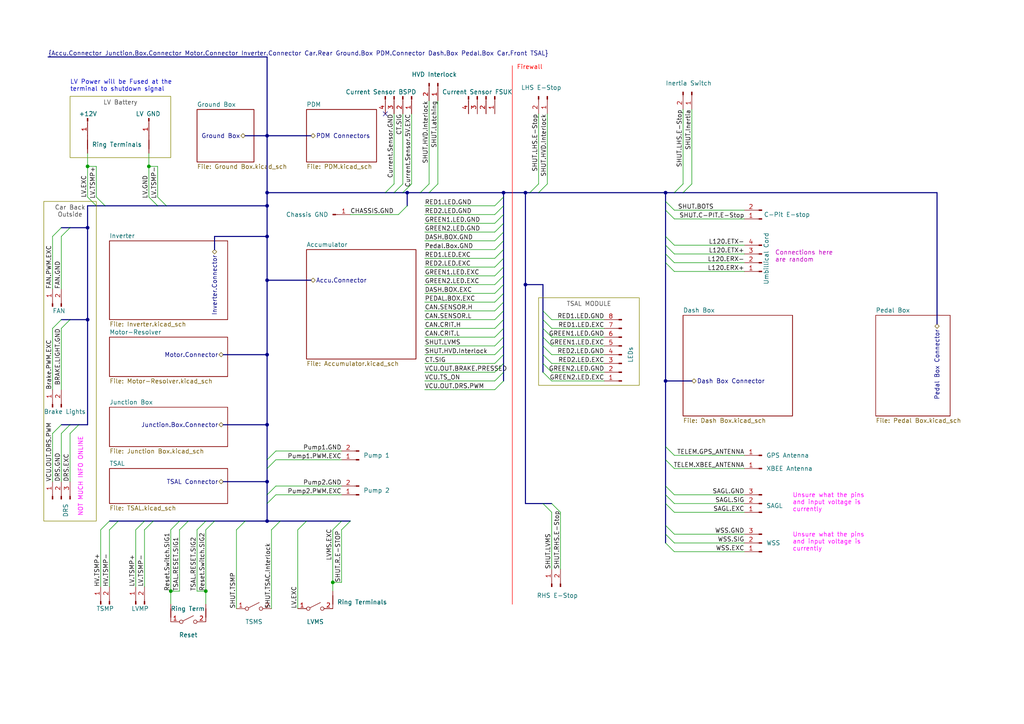
<source format=kicad_sch>
(kicad_sch (version 20230121) (generator eeschema)
  (paper "A4")
  (lib_symbols
    (symbol "Connector:Conn_01x01_Pin" (pin_names (offset 1.016) hide)
      (property "Reference" "J" (at 0 2.54 0))
      (property "Value" "Conn_01x01_Pin" (at 0 -2.54 0))
      (symbol "Conn_01x01_Pin_1_1"
        (polyline (pts (xy 1.27 0) (xy 0.8636 0)) (stroke (width 0.1524)))
        (rectangle (start 0.8636 0.127) (end 0 -0.127) (stroke (width 0.1524)) (fill (type outline)))
        (pin passive line (at 5.08 0 180) (length 3.81) (name "Pin_1") (number "1"))
      )
    )
    (symbol "Connector:Conn_01x02_Pin" (pin_names (offset 1.016) hide)
      (property "Reference" "J" (at 0 2.54 0))
      (property "Value" "Conn_01x02_Pin" (at 0 -5.08 0))
      (symbol "Conn_01x02_Pin_1_1"
        (polyline (pts (xy 1.27 -2.54) (xy 0.8636 -2.54)) (stroke (width 0.1524)))
        (polyline (pts (xy 1.27 0) (xy 0.8636 0)) (stroke (width 0.1524)))
        (rectangle (start 0.8636 -2.413) (end 0 -2.667) (stroke (width 0.1524)) (fill (type outline)))
        (rectangle (start 0.8636 0.127) (end 0 -0.127) (stroke (width 0.1524)) (fill (type outline)))
        (pin passive line (at 5.08 0 180) (length 3.81) (name "Pin_1") (number "1"))
        (pin passive line (at 5.08 -2.54 180) (length 3.81) (name "Pin_2") (number "2"))
      )
    )
    (symbol "Connector:Conn_01x03_Pin" (pin_names (offset 1.016) hide)
      (property "Reference" "J" (at 0 5.08 0))
      (property "Value" "Conn_01x03_Pin" (at 0 -5.08 0))
      (symbol "Conn_01x03_Pin_1_1"
        (polyline (pts (xy 1.27 -2.54) (xy 0.8636 -2.54)) (stroke (width 0.1524)))
        (polyline (pts (xy 1.27 0) (xy 0.8636 0)) (stroke (width 0.1524)))
        (polyline (pts (xy 1.27 2.54) (xy 0.8636 2.54)) (stroke (width 0.1524)))
        (rectangle (start 0.8636 -2.413) (end 0 -2.667) (stroke (width 0.1524)) (fill (type outline)))
        (rectangle (start 0.8636 0.127) (end 0 -0.127) (stroke (width 0.1524)) (fill (type outline)))
        (rectangle (start 0.8636 2.667) (end 0 2.413) (stroke (width 0.1524)) (fill (type outline)))
        (pin passive line (at 5.08 2.54 180) (length 3.81) (name "Pin_1") (number "1"))
        (pin passive line (at 5.08 0 180) (length 3.81) (name "Pin_2") (number "2"))
        (pin passive line (at 5.08 -2.54 180) (length 3.81) (name "Pin_3") (number "3"))
      )
    )
    (symbol "Connector:Conn_01x04_Pin" (pin_names (offset 1.016) hide)
      (property "Reference" "J" (at 0 5.08 0))
      (property "Value" "Conn_01x04_Pin" (at 0 -7.62 0))
      (symbol "Conn_01x04_Pin_1_1"
        (polyline (pts (xy 1.27 -5.08) (xy 0.8636 -5.08)) (stroke (width 0.1524)))
        (polyline (pts (xy 1.27 -2.54) (xy 0.8636 -2.54)) (stroke (width 0.1524)))
        (polyline (pts (xy 1.27 0) (xy 0.8636 0)) (stroke (width 0.1524)))
        (polyline (pts (xy 1.27 2.54) (xy 0.8636 2.54)) (stroke (width 0.1524)))
        (rectangle (start 0.8636 -4.953) (end 0 -5.207) (stroke (width 0.1524)) (fill (type outline)))
        (rectangle (start 0.8636 -2.413) (end 0 -2.667) (stroke (width 0.1524)) (fill (type outline)))
        (rectangle (start 0.8636 0.127) (end 0 -0.127) (stroke (width 0.1524)) (fill (type outline)))
        (rectangle (start 0.8636 2.667) (end 0 2.413) (stroke (width 0.1524)) (fill (type outline)))
        (pin passive line (at 5.08 2.54 180) (length 3.81) (name "Pin_1") (number "1"))
        (pin passive line (at 5.08 0 180) (length 3.81) (name "Pin_2") (number "2"))
        (pin passive line (at 5.08 -2.54 180) (length 3.81) (name "Pin_3") (number "3"))
        (pin passive line (at 5.08 -5.08 180) (length 3.81) (name "Pin_4") (number "4"))
      )
    )
    (symbol "Connector:Conn_01x08_Pin" (pin_names (offset 1.016) hide)
      (property "Reference" "J" (at 0 10.16 0))
      (property "Value" "Conn_01x08_Pin" (at 0 -12.7 0))
      (symbol "Conn_01x08_Pin_1_1"
        (polyline (pts (xy 1.27 -10.16) (xy 0.8636 -10.16)) (stroke (width 0.1524)))
        (polyline (pts (xy 1.27 -7.62) (xy 0.8636 -7.62)) (stroke (width 0.1524)))
        (polyline (pts (xy 1.27 -5.08) (xy 0.8636 -5.08)) (stroke (width 0.1524)))
        (polyline (pts (xy 1.27 -2.54) (xy 0.8636 -2.54)) (stroke (width 0.1524)))
        (polyline (pts (xy 1.27 0) (xy 0.8636 0)) (stroke (width 0.1524)))
        (polyline (pts (xy 1.27 2.54) (xy 0.8636 2.54)) (stroke (width 0.1524)))
        (polyline (pts (xy 1.27 5.08) (xy 0.8636 5.08)) (stroke (width 0.1524)))
        (polyline (pts (xy 1.27 7.62) (xy 0.8636 7.62)) (stroke (width 0.1524)))
        (rectangle (start 0.8636 -10.033) (end 0 -10.287) (stroke (width 0.1524)) (fill (type outline)))
        (rectangle (start 0.8636 -7.493) (end 0 -7.747) (stroke (width 0.1524)) (fill (type outline)))
        (rectangle (start 0.8636 -4.953) (end 0 -5.207) (stroke (width 0.1524)) (fill (type outline)))
        (rectangle (start 0.8636 -2.413) (end 0 -2.667) (stroke (width 0.1524)) (fill (type outline)))
        (rectangle (start 0.8636 0.127) (end 0 -0.127) (stroke (width 0.1524)) (fill (type outline)))
        (rectangle (start 0.8636 2.667) (end 0 2.413) (stroke (width 0.1524)) (fill (type outline)))
        (rectangle (start 0.8636 5.207) (end 0 4.953) (stroke (width 0.1524)) (fill (type outline)))
        (rectangle (start 0.8636 7.747) (end 0 7.493) (stroke (width 0.1524)) (fill (type outline)))
        (pin passive line (at 5.08 7.62 180) (length 3.81) (name "Pin_1") (number "1"))
        (pin passive line (at 5.08 5.08 180) (length 3.81) (name "Pin_2") (number "2"))
        (pin passive line (at 5.08 2.54 180) (length 3.81) (name "Pin_3") (number "3"))
        (pin passive line (at 5.08 0 180) (length 3.81) (name "Pin_4") (number "4"))
        (pin passive line (at 5.08 -2.54 180) (length 3.81) (name "Pin_5") (number "5"))
        (pin passive line (at 5.08 -5.08 180) (length 3.81) (name "Pin_6") (number "6"))
        (pin passive line (at 5.08 -7.62 180) (length 3.81) (name "Pin_7") (number "7"))
        (pin passive line (at 5.08 -10.16 180) (length 3.81) (name "Pin_8") (number "8"))
      )
    )
    (symbol "Device:NetTie_2" (pin_numbers hide) (pin_names (offset 0) hide) (in_bom no)
      (property "Reference" "NT" (at 0 1.27 0))
      (property "Value" "NetTie_2" (at 0 -1.27 0))
      (symbol "NetTie_2_0_1"
        (polyline (pts (xy -1.27 0) (xy 1.27 0)) (stroke (width 0.254)))
      )
      (symbol "NetTie_2_1_1"
        (pin passive line (at -2.54 0 0) (length 2.54) (name "1") (number "1"))
        (pin passive line (at 2.54 0 180) (length 2.54) (name "2") (number "2"))
      )
    )
    (symbol "Switch:SW_SPST" (pin_names (offset 0) hide)
      (property "Reference" "SW" (at 0 3.175 0))
      (property "Value" "SW_SPST" (at 0 -2.54 0))
      (symbol "SW_SPST_0_0"
        (circle (center -2.032 0) (radius 0.508))
        (polyline (pts (xy -1.524 0.254) (xy 1.524 1.778)))
        (circle (center 2.032 0) (radius 0.508))
      )
      (symbol "SW_SPST_1_1"
        (pin passive line (at -5.08 0 0) (length 2.54) (name "A") (number "1"))
        (pin passive line (at 5.08 0 180) (length 2.54) (name "B") (number "2"))
      )
    )
  )
  (bus_alias "PDM.Connector" (members "LV.EXC" "LV1.GND" "LV2.GND" "FAN.PWM.EXC" "Pump1.PWM.EXC" "Pump2.PWM.EXC" "Latch.EXC" "Inv.EXC" "IMD.EXC" "DASH.BOX.EXC" "PEDAL.BOX.EXC" "LV.TSAL.EXC" "VCU.OUT.BRAKE.PRESSED" "DRS.EXC" "Brake.PWM.EXC" "Accu.Fans.EXC"))
  (bus_alias "" (members "TSAL.EXC" "TSAL.GND"))
  (bus_alias "Dash.Box" (members "L120.ETX-" "L120.ETX+" "L120.ERX-" "L120.ERX+" "CAN.SENSORS.L" "CAN.SENSORS.H" "CAN.CRIT.L" "CAN.CRIT.H" "L120.EXC" "L120.GND" "DASH.BOX.EXC" "DASH.BOX.GND" "SHUT.STATE.SIG" "APPS.1.SIG" "APPS.2.SIG" "SAGL.SIG" "BPS.SIG" "VCU.OUT.STATUS" "VCU.OUT.BRAKE.PRESSED" "VCU.TS_ON" "VCU.OUT.DRS.PWM" "VCU.EXC.1" "VCU.EXC.2" "R2D.BUTTON.EXC" "DRS.BUTTON.EXCYS_ON.BUTTON.EXC" "DRS_LED.EXC" "VC_LED.EXC" "R2D.LED.EXC" "VCU.GND.1" "VCU.GND.2" "TELEM.EXC" "TELEM.GND" "SEG.DISPLAY.0" "SEG.DISPLAY.3" "SEG.DISPLAY.4" "SEG.DISPLAY.5" "SEG.DISPLAY.6" "SEG.DISPLAY.7" "SEG.DISPLAY.8" "SEG.DISPLAY.9" "SEG.DISPLAY.1" "SEG.DISPLAY.2" "SEG.DISPLAY.GND" "TELEM.GPS_ANTENNA" "TS.READY" "BMS.Fault.Latched.LED" "IMD.Fault.Latched.LED" "BMS.LED.EXC" "IMD.LED.EXC" "TELEM.XBEE_ANTENNA" "WSS.SIG" ""))
  (bus_alias "Junction.Box.Connector" (members "Pos_AIR.AUX.EXC" "Neg_AIR.AUX.EXC" "Pos_AIR.AUX.GND" "Neg_AIR.AUX.GND" "PCHG_RLY.AUX.EXC" "PCHG_RLY.AUX.GND" "SHUT.Latchching" "SHUT.TSMS" "Latch.EXC" "HVS.EXC" "Junction.Box.GND" "HVS.GND" "IMD.OK" "TSAL.EXC" "TSAL.GND" "BMS.Fault" "BMS.Fault.Latched.LED" "IMD.Fault.Latched.LED" "BMS.Fault.Latched.Status" "IMD.Fault.Latched.Status" "Reset.Switch.SIG1" "Reset.Switch.SIG2" "Precharge.Intended.On" "+AIR.Intended.On" "-AIR.Intended.On" "Green.LED.On.Dash" "Green.LED.On.TSAL" "Red.LED.On.Dash" "Red.LED.On.TSAL" "SHUT.Discharge" "HV.TSMP-" "HV.TSMP+" "HV.Datalogger.FSUK+" "HV.Datalogger.FSUK-"))
  (bus_alias "Pedal.Box" (members "APPS.1.EXC" "APPS.1.SIG" "APPS.1.GND" "APPS.2.EXC" "APPS.2.SIG" "APPS.2.GND" "SHUT.BOTS" "SHUT.COCKPIT.E-STOP" "BPS.SIG" "BPS.EXC" "BPS.GND" "PEDAL.BOX.EXC" "PEDAL.BOX.GND" "SHUT.BSPD" "BSPD.CT.SIG"))
  (bus_alias "TSAL" (members "TSAL.RESET.SIG1" "TSAL.RESET.SIG2" "TSAL.EXC" "TSAL.GND" "LV.TSAL.EXC" "LV.TSAL.GND" "Green.LED.On.TSAL" "Red.LED.On.TSAL" "HvS.EXC" "HvS.GND" "GREEN1.LED.GND" "GREEN2.LED.GND" "GREEN1.LED.EXC" "GREEN2.LED.EXC" "RED1.LED.GND" "RED2.LED.GND" "RED1.LED.EXC" "RED2.LED.EXC"))
  (bus_alias "Junction.Box.Internal" (members "Discharge.GND" "Latch.GND" "HV.HV_Sense.XLA+" "HV.HV_Sense.XLA-" "HV.Discharge.XLA+" "HV.Discharge.XLA-" "HV.Discharge.Resistor.In" "HV.TSMP+.Resistor.In" "HV.TSMP-.Resistor.In"))
  (bus_alias "Car.Front" (members "SHUT.RHS.E-Stop" "SHUT.BSPD" "SHUT.BOTS" "SHUT.C-PIT.E-Stop" "SHUT.Inertia" "SHUT.LHS.E-Stop" "Pedal.Box.EXC" "Pedal.Box.GND" "APPS.1.SIG" "APPS.2.SIG" "BPS.SIG" "CT.SIG" "SHUT.HVD.Interlock" "SHUT.LVMS" "DASH.BOX.EXC" "DASH.BOX.GND" "CAN.SENSOR.H" "CAN.SENSOR.L" "CAN.CRIT.H" "CAN.CRIT.L" "APPS.1.SIG" "APPS.2.SIG" "BPS.SIG" "SHUT.STATE.SIG" "L120.ETX-" "L120.ETX+" "L120.ERX-" "L120.ERX+" "SAGL.SIG" "TELEM.GPS_ANTENNA" "TELEM.XBEE_ANTENNA" "SAGL.EXC" "SAGL.GND"))
  (bus_alias "Inverter.Connector" (members "Resolver.EXC" "Resolver.Sin+" "Resolver.Sin-" "Resolver.Cos+" "Resolver.Cos-" "Resolver.GND" "Resolver.Shield.GND" "Temp.Sensor.EXC" "Temp.Sensor.GND" "Inv.Fault" "Inv.Close.Precharge" "Inv.Close.Main" "Inv.EXC" "Inv.J2.GND" "CAN.SENSOR.L" "CAN.SENSOR.H" "CAN.CRIT.L" "CAN.CRIT.H" "RS-232.Transmit" "RS-232.Receive" "RS-232.GND" "Inv.Casing.GND" "Motor.Casing.GND" "Current.Sensor.5V.EXC" "Current.Sensor.GND"))
  (junction (at 77.47 68.58))
  (junction (at 77.47 102.87))
  (junction (at 77.47 81.28))
  (junction (at 152.4 55.88))
  (junction (at 77.47 59.69))
  (junction (at 77.47 123.19))
  (junction (at 25.4 92.71))
  (junction (at 49.53 171.45))
  (junction (at 77.47 39.37))
  (junction (at 96.52 168.91))
  (junction (at 77.47 139.7))
  (junction (at 25.4 48.26))
  (junction (at 77.47 55.88))
  (junction (at 25.4 66.04))
  (junction (at 193.04 110.49))
  (junction (at 59.69 171.45))
  (junction (at 118.11 55.88))
  (junction (at 43.18 48.26))
  (junction (at 77.47 151.13))
  (junction (at 152.4 82.55))
  (junction (at 146.05 55.88))
  (junction (at 193.04 55.88))
  (no_connect (at 111.76 33.02))
  (bus_entry (at 17.78 123.19) (size -2.54 2.54))
  (bus_entry (at 88.9 151.13) (size -2.54 2.54))
  (bus_entry (at 193.04 143.51) (size 2.54 2.54))
  (bus_entry (at 153.67 55.88) (size 2.54 -2.54))
  (bus_entry (at 193.04 58.42) (size 2.54 2.54))
  (bus_entry (at 34.29 151.13) (size -2.54 2.54))
  (bus_entry (at 157.48 146.05) (size 2.54 2.54))
  (bus_entry (at 157.48 102.87) (size 2.54 2.54))
  (bus_entry (at 157.48 105.41) (size 2.54 2.54))
  (bus_entry (at 20.32 92.71) (size -2.54 2.54))
  (bus_entry (at 146.05 95.25) (size -2.54 2.54))
  (bus_entry (at 71.12 151.13) (size -2.54 2.54))
  (bus_entry (at 160.02 146.05) (size 2.54 2.54))
  (bus_entry (at 146.05 77.47) (size -2.54 2.54))
  (bus_entry (at 124.46 55.88) (size 2.54 -2.54))
  (bus_entry (at 146.05 87.63) (size -2.54 2.54))
  (bus_entry (at 146.05 85.09) (size -2.54 2.54))
  (bus_entry (at 193.04 154.94) (size 2.54 2.54))
  (bus_entry (at 146.05 74.93) (size -2.54 2.54))
  (bus_entry (at 193.04 73.66) (size 2.54 2.54))
  (bus_entry (at 17.78 66.04) (size -2.54 2.54))
  (bus_entry (at 146.05 59.69) (size -2.54 2.54))
  (bus_entry (at 193.04 152.4) (size 2.54 2.54))
  (bus_entry (at 17.78 92.71) (size -2.54 2.54))
  (bus_entry (at 146.05 69.85) (size -2.54 2.54))
  (bus_entry (at 157.48 107.95) (size 2.54 2.54))
  (bus_entry (at 146.05 102.87) (size -2.54 2.54))
  (bus_entry (at 20.32 66.04) (size -2.54 2.54))
  (bus_entry (at 30.48 59.69) (size -2.54 -2.54))
  (bus_entry (at 193.04 129.54) (size 2.54 2.54))
  (bus_entry (at 146.05 57.15) (size -2.54 2.54))
  (bus_entry (at 193.04 60.96) (size 2.54 2.54))
  (bus_entry (at 157.48 97.79) (size 2.54 2.54))
  (bus_entry (at 77.47 133.35) (size 2.54 -2.54))
  (bus_entry (at 146.05 67.31) (size -2.54 2.54))
  (bus_entry (at 195.58 55.88) (size 2.54 -2.54))
  (bus_entry (at 193.04 146.05) (size 2.54 2.54))
  (bus_entry (at 77.47 143.51) (size 2.54 -2.54))
  (bus_entry (at 22.86 123.19) (size -2.54 2.54))
  (bus_entry (at 143.51 113.03) (size 2.54 -2.54))
  (bus_entry (at 146.05 97.79) (size -2.54 2.54))
  (bus_entry (at 146.05 92.71) (size -2.54 2.54))
  (bus_entry (at 77.47 135.89) (size 2.54 -2.54))
  (bus_entry (at 193.04 76.2) (size 2.54 2.54))
  (bus_entry (at 157.48 95.25) (size 2.54 2.54))
  (bus_entry (at 156.21 55.88) (size 2.54 -2.54))
  (bus_entry (at 62.23 151.13) (size -2.54 2.54))
  (bus_entry (at 121.92 55.88) (size 2.54 -2.54))
  (bus_entry (at 81.28 151.13) (size -2.54 2.54))
  (bus_entry (at 52.07 151.13) (size -2.54 2.54))
  (bus_entry (at 116.84 55.88) (size 2.54 -2.54))
  (bus_entry (at 146.05 82.55) (size -2.54 2.54))
  (bus_entry (at 77.47 146.05) (size 2.54 -2.54))
  (bus_entry (at 193.04 68.58) (size 2.54 2.54))
  (bus_entry (at 193.04 157.48) (size 2.54 2.54))
  (bus_entry (at 193.04 133.35) (size 2.54 2.54))
  (bus_entry (at 20.32 123.19) (size -2.54 2.54))
  (bus_entry (at 54.61 151.13) (size -2.54 2.54))
  (bus_entry (at 193.04 140.97) (size 2.54 2.54))
  (bus_entry (at 31.75 151.13) (size -2.54 2.54))
  (bus_entry (at 118.11 59.69) (size -2.54 2.54))
  (bus_entry (at 198.12 55.88) (size 2.54 -2.54))
  (bus_entry (at 45.72 59.69) (size -2.54 -2.54))
  (bus_entry (at 146.05 90.17) (size -2.54 2.54))
  (bus_entry (at 59.69 151.13) (size -2.54 2.54))
  (bus_entry (at 157.48 92.71) (size 2.54 2.54))
  (bus_entry (at 111.76 55.88) (size 2.54 -2.54))
  (bus_entry (at 146.05 72.39) (size -2.54 2.54))
  (bus_entry (at 44.45 151.13) (size -2.54 2.54))
  (bus_entry (at 157.48 90.17) (size 2.54 2.54))
  (bus_entry (at 157.48 100.33) (size 2.54 2.54))
  (bus_entry (at 99.06 151.13) (size -2.54 2.54))
  (bus_entry (at 146.05 80.01) (size -2.54 2.54))
  (bus_entry (at 146.05 62.23) (size -2.54 2.54))
  (bus_entry (at 48.26 59.69) (size -2.54 -2.54))
  (bus_entry (at 27.94 59.69) (size -2.54 -2.54))
  (bus_entry (at 143.51 107.95) (size 2.54 -2.54))
  (bus_entry (at 114.3 55.88) (size 2.54 -2.54))
  (bus_entry (at 146.05 64.77) (size -2.54 2.54))
  (bus_entry (at 143.51 110.49) (size 2.54 -2.54))
  (bus_entry (at 193.04 71.12) (size 2.54 2.54))
  (bus_entry (at 146.05 100.33) (size -2.54 2.54))
  (bus_entry (at 41.91 151.13) (size -2.54 2.54))
  (bus_entry (at 101.6 151.13) (size -2.54 2.54))
  (bus (pts (xy 146.05 67.31) (xy 146.05 69.85)))
  (bus (pts (xy 20.32 92.71) (xy 25.4 92.71)))
  (bus (pts (xy 157.48 107.95) (xy 157.48 105.41)))
  (bus (pts (xy 193.04 143.51) (xy 193.04 146.05)))
  (wire (pts (xy 45.72 48.26) (xy 43.18 48.26)))
  (bus (pts (xy 157.48 82.55) (xy 152.4 82.55)))
  (wire (pts (xy 52.07 153.67) (xy 52.07 171.45)))
  (bus (pts (xy 193.04 58.42) (xy 193.04 60.96)))
  (bus (pts (xy 146.05 85.09) (xy 146.05 87.63)))
  (wire (pts (xy 200.66 31.75) (xy 200.66 53.34)))
  (bus (pts (xy 48.26 59.69) (xy 77.47 59.69)))
  (wire (pts (xy 43.18 48.26) (xy 43.18 57.15)))
  (wire (pts (xy 195.58 146.05) (xy 215.9 146.05)))
  (bus (pts (xy 153.67 55.88) (xy 156.21 55.88)))
  (bus (pts (xy 152.4 146.05) (xy 157.48 146.05)))
  (wire (pts (xy 123.19 80.01) (xy 143.51 80.01)))
  (bus (pts (xy 64.77 102.87) (xy 77.47 102.87)))
  (bus (pts (xy 59.69 151.13) (xy 62.23 151.13)))
  (bus (pts (xy 146.05 87.63) (xy 146.05 90.17)))
  (bus (pts (xy 193.04 68.58) (xy 193.04 71.12)))
  (wire (pts (xy 114.3 33.02) (xy 114.3 53.34)))
  (bus (pts (xy 118.11 55.88) (xy 118.11 59.69)))
  (wire (pts (xy 29.21 153.67) (xy 29.21 170.18)))
  (wire (pts (xy 123.19 85.09) (xy 143.51 85.09)))
  (bus (pts (xy 193.04 71.12) (xy 193.04 73.66)))
  (bus (pts (xy 146.05 69.85) (xy 146.05 72.39)))
  (bus (pts (xy 41.91 151.13) (xy 44.45 151.13)))
  (wire (pts (xy 195.58 71.12) (xy 215.9 71.12)))
  (bus (pts (xy 13.97 16.51) (xy 77.47 16.51)))
  (bus (pts (xy 27.94 59.69) (xy 30.48 59.69)))
  (wire (pts (xy 175.26 105.41) (xy 160.02 105.41)))
  (wire (pts (xy 195.58 135.89) (xy 215.9 135.89)))
  (wire (pts (xy 156.21 33.02) (xy 156.21 53.34)))
  (bus (pts (xy 198.12 55.88) (xy 271.78 55.88)))
  (wire (pts (xy 162.56 148.59) (xy 162.56 165.1)))
  (wire (pts (xy 123.19 87.63) (xy 143.51 87.63)))
  (wire (pts (xy 175.26 92.71) (xy 160.02 92.71)))
  (wire (pts (xy 175.26 110.49) (xy 160.02 110.49)))
  (bus (pts (xy 45.72 59.69) (xy 48.26 59.69)))
  (bus (pts (xy 121.92 55.88) (xy 124.46 55.88)))
  (wire (pts (xy 123.19 100.33) (xy 143.51 100.33)))
  (wire (pts (xy 86.36 153.67) (xy 86.36 176.53)))
  (bus (pts (xy 146.05 55.88) (xy 146.05 57.15)))
  (wire (pts (xy 59.69 171.45) (xy 57.15 171.45)))
  (bus (pts (xy 77.47 102.87) (xy 77.47 123.19)))
  (wire (pts (xy 99.06 153.67) (xy 99.06 168.91)))
  (wire (pts (xy 119.38 33.02) (xy 119.38 53.34)))
  (wire (pts (xy 20.32 125.73) (xy 20.32 139.7)))
  (bus (pts (xy 54.61 151.13) (xy 59.69 151.13)))
  (wire (pts (xy 195.58 63.5) (xy 215.9 63.5)))
  (wire (pts (xy 160.02 148.59) (xy 160.02 165.1)))
  (bus (pts (xy 193.04 129.54) (xy 193.04 133.35)))
  (bus (pts (xy 146.05 107.95) (xy 146.05 110.49)))
  (bus (pts (xy 25.4 59.69) (xy 25.4 66.04)))
  (bus (pts (xy 114.3 55.88) (xy 116.84 55.88)))
  (bus (pts (xy 146.05 59.69) (xy 146.05 62.23)))
  (bus (pts (xy 111.76 55.88) (xy 114.3 55.88)))
  (bus (pts (xy 157.48 97.79) (xy 157.48 95.25)))
  (wire (pts (xy 123.19 107.95) (xy 143.51 107.95)))
  (bus (pts (xy 31.75 151.13) (xy 34.29 151.13)))
  (bus (pts (xy 146.05 64.77) (xy 146.05 67.31)))
  (wire (pts (xy 123.19 95.25) (xy 143.51 95.25)))
  (wire (pts (xy 49.53 153.67) (xy 49.53 171.45)))
  (bus (pts (xy 193.04 140.97) (xy 193.04 143.51)))
  (wire (pts (xy 96.52 168.91) (xy 96.52 171.45)))
  (wire (pts (xy 15.24 95.25) (xy 15.24 113.03)))
  (wire (pts (xy 123.19 110.49) (xy 143.51 110.49)))
  (bus (pts (xy 77.47 143.51) (xy 77.47 146.05)))
  (wire (pts (xy 195.58 78.74) (xy 215.9 78.74)))
  (bus (pts (xy 146.05 90.17) (xy 146.05 92.71)))
  (bus (pts (xy 193.04 110.49) (xy 193.04 129.54)))
  (bus (pts (xy 17.78 92.71) (xy 20.32 92.71)))
  (wire (pts (xy 175.26 95.25) (xy 160.02 95.25)))
  (wire (pts (xy 123.19 105.41) (xy 143.51 105.41)))
  (wire (pts (xy 17.78 68.58) (xy 17.78 83.82)))
  (bus (pts (xy 62.23 68.58) (xy 62.23 72.39)))
  (wire (pts (xy 123.19 77.47) (xy 143.51 77.47)))
  (bus (pts (xy 77.47 68.58) (xy 77.47 81.28)))
  (wire (pts (xy 195.58 148.59) (xy 215.9 148.59)))
  (bus (pts (xy 193.04 60.96) (xy 193.04 68.58)))
  (bus (pts (xy 77.47 151.13) (xy 81.28 151.13)))
  (wire (pts (xy 80.01 130.81) (xy 99.06 130.81)))
  (wire (pts (xy 175.26 100.33) (xy 160.02 100.33)))
  (wire (pts (xy 123.19 97.79) (xy 143.51 97.79)))
  (wire (pts (xy 59.69 175.26) (xy 59.69 171.45)))
  (bus (pts (xy 77.47 139.7) (xy 77.47 143.51)))
  (bus (pts (xy 71.12 151.13) (xy 77.47 151.13)))
  (bus (pts (xy 77.47 59.69) (xy 77.47 68.58)))
  (bus (pts (xy 146.05 97.79) (xy 146.05 100.33)))
  (wire (pts (xy 123.19 102.87) (xy 143.51 102.87)))
  (wire (pts (xy 31.75 153.67) (xy 31.75 170.18)))
  (bus (pts (xy 193.04 152.4) (xy 193.04 154.94)))
  (bus (pts (xy 157.48 92.71) (xy 157.48 90.17)))
  (wire (pts (xy 68.58 153.67) (xy 68.58 176.53)))
  (bus (pts (xy 20.32 123.19) (xy 22.86 123.19)))
  (bus (pts (xy 34.29 151.13) (xy 41.91 151.13)))
  (wire (pts (xy 175.26 102.87) (xy 160.02 102.87)))
  (bus (pts (xy 146.05 62.23) (xy 146.05 64.77)))
  (bus (pts (xy 25.4 59.69) (xy 27.94 59.69)))
  (wire (pts (xy 195.58 160.02) (xy 215.9 160.02)))
  (bus (pts (xy 77.47 81.28) (xy 90.17 81.28)))
  (bus (pts (xy 77.47 55.88) (xy 77.47 59.69)))
  (wire (pts (xy 123.19 74.93) (xy 143.51 74.93)))
  (bus (pts (xy 146.05 105.41) (xy 146.05 107.95)))
  (bus (pts (xy 195.58 55.88) (xy 198.12 55.88)))
  (wire (pts (xy 123.19 62.23) (xy 143.51 62.23)))
  (wire (pts (xy 49.53 171.45) (xy 52.07 171.45)))
  (bus (pts (xy 124.46 55.88) (xy 146.05 55.88)))
  (bus (pts (xy 52.07 151.13) (xy 54.61 151.13)))
  (bus (pts (xy 156.21 55.88) (xy 193.04 55.88)))
  (bus (pts (xy 62.23 151.13) (xy 71.12 151.13)))
  (bus (pts (xy 157.48 100.33) (xy 157.48 97.79)))
  (wire (pts (xy 124.46 29.21) (xy 124.46 53.34)))
  (bus (pts (xy 25.4 92.71) (xy 25.4 123.19)))
  (wire (pts (xy 175.26 97.79) (xy 160.02 97.79)))
  (bus (pts (xy 88.9 151.13) (xy 99.06 151.13)))
  (bus (pts (xy 157.48 146.05) (xy 160.02 146.05)))
  (bus (pts (xy 146.05 77.47) (xy 146.05 80.01)))
  (bus (pts (xy 146.05 95.25) (xy 146.05 97.79)))
  (wire (pts (xy 195.58 132.08) (xy 215.9 132.08)))
  (wire (pts (xy 59.69 153.67) (xy 59.69 171.45)))
  (wire (pts (xy 175.26 107.95) (xy 160.02 107.95)))
  (wire (pts (xy 80.01 133.35) (xy 99.06 133.35)))
  (bus (pts (xy 193.04 110.49) (xy 200.66 110.49)))
  (wire (pts (xy 116.84 33.02) (xy 116.84 53.34)))
  (wire (pts (xy 49.53 175.26) (xy 49.53 171.45)))
  (bus (pts (xy 152.4 55.88) (xy 153.67 55.88)))
  (bus (pts (xy 146.05 100.33) (xy 146.05 102.87)))
  (wire (pts (xy 123.19 67.31) (xy 143.51 67.31)))
  (wire (pts (xy 195.58 154.94) (xy 215.9 154.94)))
  (wire (pts (xy 27.94 48.26) (xy 27.94 57.15)))
  (wire (pts (xy 41.91 153.67) (xy 41.91 170.18)))
  (bus (pts (xy 118.11 55.88) (xy 121.92 55.88)))
  (bus (pts (xy 77.47 68.58) (xy 62.23 68.58)))
  (wire (pts (xy 17.78 95.25) (xy 17.78 113.03)))
  (wire (pts (xy 80.01 143.51) (xy 99.06 143.51)))
  (bus (pts (xy 146.05 102.87) (xy 146.05 105.41)))
  (wire (pts (xy 123.19 72.39) (xy 143.51 72.39)))
  (bus (pts (xy 193.04 133.35) (xy 193.04 140.97)))
  (bus (pts (xy 193.04 73.66) (xy 193.04 76.2)))
  (bus (pts (xy 81.28 151.13) (xy 88.9 151.13)))
  (wire (pts (xy 195.58 143.51) (xy 215.9 143.51)))
  (wire (pts (xy 123.19 64.77) (xy 143.51 64.77)))
  (bus (pts (xy 77.47 123.19) (xy 77.47 133.35)))
  (wire (pts (xy 123.19 113.03) (xy 143.51 113.03)))
  (wire (pts (xy 123.19 59.69) (xy 143.51 59.69)))
  (bus (pts (xy 25.4 123.19) (xy 22.86 123.19)))
  (bus (pts (xy 271.78 55.88) (xy 271.78 93.98)))
  (bus (pts (xy 77.47 135.89) (xy 77.47 139.7)))
  (bus (pts (xy 157.48 90.17) (xy 157.48 82.55)))
  (bus (pts (xy 20.32 66.04) (xy 25.4 66.04)))
  (bus (pts (xy 157.48 105.41) (xy 157.48 102.87)))
  (wire (pts (xy 39.37 153.67) (xy 39.37 170.18)))
  (bus (pts (xy 64.77 139.7) (xy 77.47 139.7)))
  (bus (pts (xy 25.4 66.04) (xy 25.4 92.71)))
  (bus (pts (xy 146.05 74.93) (xy 146.05 77.47)))
  (wire (pts (xy 123.19 82.55) (xy 143.51 82.55)))
  (wire (pts (xy 158.75 33.02) (xy 158.75 53.34)))
  (wire (pts (xy 15.24 125.73) (xy 15.24 139.7)))
  (bus (pts (xy 99.06 151.13) (xy 101.6 151.13)))
  (bus (pts (xy 157.48 102.87) (xy 157.48 100.33)))
  (bus (pts (xy 77.47 123.19) (xy 64.77 123.19)))
  (wire (pts (xy 123.19 69.85) (xy 143.51 69.85)))
  (wire (pts (xy 101.6 62.23) (xy 115.57 62.23)))
  (wire (pts (xy 195.58 76.2) (xy 215.9 76.2)))
  (bus (pts (xy 77.47 133.35) (xy 77.47 135.89)))
  (bus (pts (xy 193.04 146.05) (xy 193.04 152.4)))
  (wire (pts (xy 195.58 157.48) (xy 215.9 157.48)))
  (bus (pts (xy 17.78 123.19) (xy 20.32 123.19)))
  (bus (pts (xy 77.47 16.51) (xy 77.47 39.37)))
  (bus (pts (xy 71.12 39.37) (xy 77.47 39.37)))
  (bus (pts (xy 44.45 151.13) (xy 52.07 151.13)))
  (wire (pts (xy 127 29.21) (xy 127 53.34)))
  (wire (pts (xy 15.24 68.58) (xy 15.24 83.82)))
  (bus (pts (xy 146.05 57.15) (xy 146.05 59.69)))
  (bus (pts (xy 146.05 80.01) (xy 146.05 82.55)))
  (wire (pts (xy 57.15 153.67) (xy 57.15 171.45)))
  (wire (pts (xy 78.74 153.67) (xy 78.74 176.53)))
  (bus (pts (xy 193.04 55.88) (xy 193.04 58.42)))
  (bus (pts (xy 146.05 82.55) (xy 146.05 85.09)))
  (bus (pts (xy 77.47 39.37) (xy 77.47 55.88)))
  (wire (pts (xy 198.12 31.75) (xy 198.12 53.34)))
  (wire (pts (xy 45.72 48.26) (xy 45.72 57.15)))
  (wire (pts (xy 195.58 73.66) (xy 215.9 73.66)))
  (bus (pts (xy 17.78 66.04) (xy 20.32 66.04)))
  (bus (pts (xy 77.47 81.28) (xy 77.47 102.87)))
  (wire (pts (xy 96.52 153.67) (xy 96.52 168.91)))
  (bus (pts (xy 146.05 92.71) (xy 146.05 95.25)))
  (bus (pts (xy 77.47 39.37) (xy 90.17 39.37)))
  (bus (pts (xy 77.47 146.05) (xy 77.47 151.13)))
  (bus (pts (xy 77.47 55.88) (xy 111.76 55.88)))
  (bus (pts (xy 157.48 95.25) (xy 157.48 92.71)))
  (wire (pts (xy 123.19 92.71) (xy 143.51 92.71)))
  (wire (pts (xy 43.18 44.45) (xy 43.18 48.26)))
  (wire (pts (xy 80.01 140.97) (xy 99.06 140.97)))
  (wire (pts (xy 96.52 168.91) (xy 99.06 168.91)))
  (bus (pts (xy 116.84 55.88) (xy 118.11 55.88)))
  (bus (pts (xy 193.04 76.2) (xy 193.04 110.49)))
  (bus (pts (xy 146.05 55.88) (xy 152.4 55.88)))
  (wire (pts (xy 195.58 60.96) (xy 215.9 60.96)))
  (bus (pts (xy 193.04 154.94) (xy 193.04 157.48)))
  (bus (pts (xy 193.04 55.88) (xy 195.58 55.88)))
  (wire (pts (xy 17.78 125.73) (xy 17.78 139.7)))
  (wire (pts (xy 25.4 48.26) (xy 25.4 57.15)))
  (bus (pts (xy 152.4 82.55) (xy 152.4 146.05)))
  (bus (pts (xy 146.05 72.39) (xy 146.05 74.93)))
  (wire (pts (xy 25.4 48.26) (xy 27.94 48.26)))
  (bus (pts (xy 30.48 59.69) (xy 45.72 59.69)))
  (wire (pts (xy 25.4 44.45) (xy 25.4 48.26)))
  (wire (pts (xy 123.19 90.17) (xy 143.51 90.17)))
  (bus (pts (xy 152.4 55.88) (xy 152.4 82.55)))
  (rectangle (start 148.59 19.05) (end 148.59 175.26) (stroke (width 0) (color 255 0 0 1)))
  (text_box "LV Battery" (at 20.32 27.94 0) (size 29.21 17.78) (stroke (width 0) (color 132 132 0 1)) (effects (font (size 1.27 1.27)) (justify top)))
  (text_box "TSAL MODULE" (at 156.21 86.36 0) (size 29.21 25.4) (stroke (width 0) (color 132 132 0 1)) (effects (font (size 1.27 1.27)) (justify top)))
  (text_box "Car Back\nOutside" (at 12.7 58.42 0) (size 15.24 92.71) (stroke (width 0) (color 132 132 0 1)) (effects (font (size 1.27 1.27)) (justify top)))
  (text "Unsure what the pins\nand input voltage is\ncurrently" (at 229.87 160.02 0) (effects (font (size 1.27 1.27)) (justify left bottom)))
  (text "Firewall\n" (at 149.86 20.32 0) (effects (font (size 1.27 1.27)) (justify left bottom)))
  (text "NOT MUCH INFO ONLINE" (at 24.13 149.86 90) (effects (font (size 1.27 1.27)) (justify left bottom)))
  (text "Connections here\nare random" (at 224.79 76.2 0) (effects (font (size 1.27 1.27)) (justify left bottom)))
  (text "LV Power will be Fused at the\nterminal to shutdown signal" (at 20.32 26.67 0) (effects (font (size 1.27 1.27)) (justify left bottom)))
  (text "Unsure what the pins\nand input voltage is\ncurrently" (at 229.87 148.59 0) (effects (font (size 1.27 1.27)) (justify left bottom)))
  (label "CHASSIS.GND" (at 101.6 62.23 0))
  (label "TELEM.GPS_ANTENNA" (at 215.9 132.08 180))
  (label "RED1.LED.GND" (at 175.26 92.71 180))
  (label "L120.ERX-" (at 215.9 76.2 180))
  (label "WSS.GND" (at 215.9 154.94 180))
  (label "Current.Sensor.GND" (at 114.3 33.02 270))
  (label "SHUT.Latching" (at 127 29.21 270))
  (label "LV.TSMP+" (at 27.94 48.26 270))
  (label "DRS.EXC" (at 20.32 139.7 90))
  (label "CAN.SENSOR.H" (at 123.19 90.17 0))
  (label "SAGL.SIG" (at 215.9 146.05 180))
  (label "Reset.Switch.SIG2" (at 59.69 171.45 90))
  (label "SHUT.R.E-STOP" (at 99.06 168.91 90))
  (label "VCU.OUT.DRS.PWM" (at 123.19 113.03 0))
  (label "Pump1.PWM.EXC" (at 99.06 133.35 180))
  (label "HV.TSMP-" (at 31.75 170.18 90))
  (label "Pump1.GND" (at 99.06 130.81 180))
  (label "LV.TSMP+" (at 39.37 170.18 90))
  (label "SHUT.BOTS" (at 207.01 60.96 180))
  (label "LV.GND" (at 43.18 50.8 270))
  (label "RED1.LED.EXC" (at 175.26 95.25 180))
  (label "CT.SIG" (at 123.19 105.41 0))
  (label "SHUT.HVD.Interlock" (at 124.46 29.21 270))
  (label "GREEN1.LED.EXC" (at 123.19 80.01 0))
  (label "L120.ERX+" (at 215.9 78.74 180))
  (label "RED2.LED.EXC" (at 123.19 77.47 0))
  (label "GREEN1.LED.GND" (at 123.19 64.77 0))
  (label "GREEN2.LED.GND" (at 123.19 67.31 0))
  (label "{Accu.Connector Junction.Box.Connector Motor.Connector Inverter.Connector Car.Rear Ground.Box PDM.Connector Dash.Box Pedal.Box Car.Front TSAL}" (at 13.97 16.51 0))
  (label "Pedal.Box.GND" (at 123.19 72.39 0))
  (label "RED2.LED.EXC" (at 175.26 105.41 180))
  (label "TSAL.RESET.SIG2" (at 57.15 171.45 90))
  (label "SAGL.EXC" (at 215.9 148.59 180))
  (label "CAN.SENSOR.L" (at 123.19 92.71 0))
  (label "FAN.PWM.EXC" (at 15.24 83.82 90))
  (label "CT.SIG" (at 116.84 33.02 270))
  (label "RED1.LED.GND" (at 123.19 59.69 0))
  (label "Pump2.GND" (at 99.06 140.97 180))
  (label "WSS.SIG" (at 215.9 157.48 180))
  (label "SHUT.C-PIT.E-Stop" (at 215.9 63.5 180))
  (label "LV.EXC" (at 25.4 50.8 270))
  (label "LV.TSMP-" (at 45.72 48.26 270))
  (label "DASH.BOX.GND" (at 123.19 69.85 0))
  (label "CAN.CRIT.L" (at 123.19 97.79 0))
  (label "L120.ETX+" (at 215.9 73.66 180))
  (label "SHUT.TSMP" (at 68.58 176.53 90))
  (label "LV.EXC" (at 86.36 176.53 90))
  (label "CAN.CRIT.H" (at 123.19 95.25 0))
  (label "RED1.LED.EXC" (at 123.19 74.93 0))
  (label "SHUT.RHS.E-Stop" (at 162.56 165.1 90))
  (label "Pump2.PWM.EXC" (at 99.06 143.51 180))
  (label "PEDAL.BOX.EXC" (at 123.19 87.63 0))
  (label "GREEN1.LED.GND" (at 175.26 97.79 180))
  (label "Reset.Switch.SIG1" (at 49.53 171.45 90))
  (label "VCU.OUT.BRAKE.PRESSED" (at 123.19 107.95 0))
  (label "RED2.LED.GND" (at 123.19 62.23 0))
  (label "VCU.TS_ON" (at 123.19 110.49 0))
  (label "GREEN2.LED.EXC" (at 123.19 82.55 0))
  (label "Current.Sensor.5V.EXC" (at 119.38 33.02 270))
  (label "WSS.EXC" (at 215.9 160.02 180))
  (label "SHUT.LHS.E-Stop" (at 198.12 31.75 270))
  (label "SAGL.GND" (at 215.9 143.51 180))
  (label "DASH.BOX.EXC" (at 123.19 85.09 0))
  (label "TELEM.XBEE_ANTENNA" (at 215.9 135.89 180))
  (label "FAN.GND" (at 17.78 83.82 90))
  (label "DRS.GND" (at 17.78 139.7 90))
  (label "GREEN2.LED.EXC" (at 175.26 110.49 180))
  (label "SHUT.HVD.Interlock" (at 158.75 33.02 270))
  (label "RED2.LED.GND" (at 175.26 102.87 180))
  (label "SHUT.Inertia" (at 200.66 31.75 270))
  (label "SHUT.LVMS" (at 123.19 100.33 0))
  (label "SHUT.TSAC.Interlock" (at 78.74 176.53 90))
  (label "BRAKE.LIGHT.GND" (at 17.78 111.76 90))
  (label "L120.ETX-" (at 215.9 71.12 180))
  (label "HV.TSMP+" (at 29.21 170.18 90))
  (label "SHUT.LVMS" (at 160.02 165.1 90))
  (label "VCU.OUT.DRS.PWM" (at 15.24 139.7 90))
  (label "LVMS.EXC" (at 96.52 162.56 90))
  (label "GREEN1.LED.EXC" (at 175.26 100.33 180))
  (label "SHUT.LHS.E-Stop" (at 156.21 33.02 270))
  (label "Brake.PWM.EXC" (at 15.24 113.03 90))
  (label "TSAL.RESET.SIG1" (at 52.07 171.45 90))
  (label "GREEN2.LED.GND" (at 175.26 107.95 180))
  (label "SHUT.HVD.Interlock" (at 123.19 102.87 0))
  (label "LV.TSMP-" (at 41.91 170.18 90))
  (hierarchical_label "Accu.Connector" (shape bidirectional) (at 90.17 81.28 0))
  (hierarchical_label "Pedal Box Connector" (shape bidirectional) (at 271.78 93.98 270))
  (hierarchical_label "PDM Connectors" (shape bidirectional) (at 90.17 39.37 0))
  (hierarchical_label "Inverter.Connector" (shape bidirectional) (at 62.23 72.39 270))
  (hierarchical_label "Junction.Box.Connector" (shape bidirectional) (at 64.77 123.19 180))
  (hierarchical_label "Dash Box Connector" (shape bidirectional) (at 200.66 110.49 0))
  (hierarchical_label "TSAL Connector" (shape bidirectional) (at 64.77 139.7 180))
  (hierarchical_label "Motor.Connector" (shape bidirectional) (at 64.77 102.87 180))
  (hierarchical_label "Ground Box" (shape bidirectional) (at 71.12 39.37 180))
  (symbol (lib_id "Connector:Conn_01x02_Pin") (at 29.21 175.26 90) (unit 1)
    (property "Reference" "J47" (effects hide))
    (property "Value" "TSMP" (at 27.94 176.53 90) (effects (justify right)))
  )
  (symbol (lib_id "Switch:SW_SPST") (at 91.44 176.53 0) (unit 1)
    (property "Reference" "SW2" (effects hide))
    (property "Value" "LVMS" (at 91.44 180.34 0))
  )
  (symbol (lib_id "Connector:Conn_01x02_Pin") (at 200.66 26.67 270) (unit 1)
    (property "Reference" "J57" (effects hide))
    (property "Value" "Inertia Switch" (at 193.04 24.13 90) (effects (justify left)))
  )
  (symbol (lib_id "Connector:Conn_01x03_Pin") (at 17.78 144.78 90) (unit 1)
    (property "Reference" "J68" (effects hide))
    (property "Value" "DRS" (at 19.05 146.05 0) (effects (justify right)))
  )
  (symbol (lib_id "Connector:Conn_01x02_Pin") (at 104.14 133.35 180) (unit 1)
    (property "Reference" "J48" (effects hide))
    (property "Value" "Pump 1" (at 105.41 132.08 0) (effects (justify right)))
  )
  (symbol (lib_id "Connector:Conn_01x02_Pin") (at 220.98 63.5 180) (unit 1)
    (property "Reference" "J58" (effects hide))
    (property "Value" "C-Pit E-stop" (at 234.95 62.23 0) (effects (justify left)))
  )
  (symbol (lib_id "Connector:Conn_01x04_Pin") (at 140.97 27.94 270) (unit 1)
    (property "Reference" "J88" (effects hide))
    (property "Value" "Current Sensor FSUK" (at 138.43 26.67 90))
  )
  (symbol (lib_id "Switch:SW_SPST") (at 54.61 180.34 0) (unit 1)
    (property "Reference" "SW3" (effects hide))
    (property "Value" "Reset" (at 54.61 184.15 0))
  )
  (symbol (lib_id "Connector:Conn_01x02_Pin") (at 104.14 143.51 180) (unit 1)
    (property "Reference" "J49" (effects hide))
    (property "Value" "Pump 2" (at 105.41 142.24 0) (effects (justify right)))
  )
  (symbol (lib_id "Connector:Conn_01x03_Pin") (at 220.98 146.05 180) (unit 1)
    (property "Reference" "J85" (effects hide))
    (property "Value" "SAGL" (at 222.25 146.685 0) (effects (justify right)))
  )
  (symbol (lib_id "Connector:Conn_01x04_Pin") (at 220.98 76.2 180) (unit 1)
    (property "Reference" "J61" (effects hide))
    (property "Value" "Umbillical Cord" (at 222.25 82.55 90) (effects (justify right)))
  )
  (symbol (lib_id "Connector:Conn_01x01_Pin") (at 96.52 62.23 0) (unit 1)
    (property "Reference" "J86" (effects hide))
    (property "Value" "Chassis GND" (at 95.25 62.23 0) (effects (justify right)))
  )
  (symbol (lib_id "Connector:Conn_01x02_Pin") (at 160.02 170.18 90) (unit 1)
    (property "Reference" "J56" (effects hide))
    (property "Value" "RHS E-Stop" (at 167.64 172.72 90) (effects (justify left)))
  )
  (symbol (lib_id "Connector:Conn_01x02_Pin") (at 15.24 118.11 90) (unit 1)
    (property "Reference" "J67" (effects hide))
    (property "Value" "Brake Lights" (at 12.7 119.38 90) (effects (justify right)))
  )
  (symbol (lib_id "Connector:Conn_01x01_Pin") (at 220.98 132.08 180) (unit 1)
    (property "Reference" "J62" (effects hide))
    (property "Value" "GPS Antenna" (at 222.25 132.08 0) (effects (justify right)))
  )
  (symbol (lib_id "Switch:SW_SPST") (at 73.66 176.53 0) (unit 1)
    (property "Reference" "SW1" (effects hide))
    (property "Value" "TSMS" (at 73.66 180.34 0))
  )
  (symbol (lib_id "Device:NetTie_2") (at 25.4 41.91 90) (unit 1) (in_bom no)
    (property "Reference" "NT4" (effects hide))
    (property "Value" "Ring Terminals" (at 26.67 41.91 90) (effects (justify right)))
  )
  (symbol (lib_id "Device:NetTie_2") (at 59.69 177.8 270) (unit 1) (in_bom no)
    (property "Reference" "NT10" (effects hide))
    (property "Value" "NetTie_2" (effects hide))
  )
  (symbol (lib_id "Device:NetTie_2") (at 43.18 41.91 90) (unit 1) (in_bom no)
    (property "Reference" "NT5" (effects hide))
    (property "Value" "NetTie_2" (effects hide))
  )
  (symbol (lib_id "Device:NetTie_2") (at 49.53 177.8 270) (unit 1) (in_bom no)
    (property "Reference" "NT9" (effects hide))
    (property "Value" "Ring Term" (at 49.53 176.53 90) (effects (justify left)))
  )
  (symbol (lib_id "Connector:Conn_01x01_Pin") (at 25.4 34.29 270) (unit 1)
    (property "Reference" "J42" (effects hide))
    (property "Value" "+12V" (at 22.86 33.02 90) (effects (justify left)))
  )
  (symbol (lib_id "Device:NetTie_2") (at 96.52 173.99 90) (unit 1) (in_bom no)
    (property "Reference" "NT6" (effects hide))
    (property "Value" "Ring Terminals" (at 97.79 174.625 90) (effects (justify right)))
  )
  (symbol (lib_id "Connector:Conn_01x02_Pin") (at 15.24 88.9 90) (unit 1)
    (property "Reference" "J74" (effects hide))
    (property "Value" "FAN" (at 15.24 90.17 90) (effects (justify right)))
  )
  (symbol (lib_id "Connector:Conn_01x08_Pin") (at 180.34 102.87 180) (unit 1)
    (property "Reference" "J73" (effects hide))
    (property "Value" "LEDs" (at 182.88 102.87 90))
  )
  (symbol (lib_id "Connector:Conn_01x01_Pin") (at 43.18 34.29 270) (unit 1)
    (property "Reference" "LV_GND" (effects hide))
    (property "Value" "LV GND" (at 39.37 33.02 90) (effects (justify left)))
  )
  (symbol (lib_id "Connector:Conn_01x04_Pin") (at 116.84 27.94 270) (unit 1)
    (property "Reference" "J59" (effects hide))
    (property "Value" "Current Sensor BSPD" (at 110.49 26.67 90))
  )
  (symbol (lib_id "Connector:Conn_01x02_Pin") (at 39.37 175.26 90) (unit 1)
    (property "Reference" "J46" (effects hide))
    (property "Value" "LVMP" (at 38.1 176.53 90) (effects (justify right)))
  )
  (symbol (lib_id "Connector:Conn_01x01_Pin") (at 220.98 135.89 180) (unit 1)
    (property "Reference" "J84" (effects hide))
    (property "Value" "XBEE Antenna" (at 222.25 135.89 0) (effects (justify right)))
  )
  (symbol (lib_id "Connector:Conn_01x02_Pin") (at 158.75 27.94 270) (unit 1)
    (property "Reference" "J55" (effects hide))
    (property "Value" "LHS E-Stop" (at 151.13 25.4 90) (effects (justify left)))
  )
  (symbol (lib_id "Connector:Conn_01x02_Pin") (at 127 24.13 270) (unit 1)
    (property "Reference" "J50" (effects hide))
    (property "Value" "HVD Interlock" (at 119.38 21.59 90) (effects (justify left)))
  )
  (symbol (lib_id "Connector:Conn_01x03_Pin") (at 220.98 157.48 180) (unit 1)
    (property "Reference" "J87" (effects hide))
    (property "Value" "WSS" (at 222.25 157.48 0) (effects (justify right)))
  )
  (sheet (at 254 91.44) (size 21.59 29.21) (stroke (width 0.1524))
    (property "Sheetname" "Pedal Box" (at 254 90.7284 0) (effects (justify left bottom)))
    (property "Sheetfile" "Pedal Box.kicad_sch" (at 254 121.2346 0) (effects (justify left top)))
  )
  (sheet (at 31.75 135.89) (size 34.29 10.16) (stroke (width 0.1524))
    (property "Sheetname" "TSAL" (at 31.75 135.1784 0) (effects (justify left bottom)))
    (property "Sheetfile" "TSAL.kicad_sch" (at 31.75 146.6346 0) (effects (justify left top)))
  )
  (sheet (at 88.9 72.39) (size 31.75 31.75) (stroke (width 0.1524))
    (property "Sheetname" "Accumulator" (at 88.9 71.6784 0) (effects (justify left bottom)))
    (property "Sheetfile" "Accumulator.kicad_sch" (at 88.9 104.7246 0) (effects (justify left top)))
  )
  (sheet (at 198.12 91.44) (size 31.75 29.21) (stroke (width 0.1524))
    (property "Sheetname" "Dash Box" (at 198.12 90.7284 0) (effects (justify left bottom)))
    (property "Sheetfile" "Dash Box.kicad_sch" (at 198.12 121.2346 0) (effects (justify left top)))
  )
  (sheet (at 31.75 97.79) (size 34.29 11.43) (stroke (width 0.1524))
    (property "Sheetname" "Motor-Resolver" (at 31.75 97.0784 0) (effects (justify left bottom)))
    (property "Sheetfile" "Motor-Resolver.kicad_sch" (at 31.75 109.8046 0) (effects (justify left top)))
  )
  (sheet (at 57.15 31.75) (size 16.51 15.24) (stroke (width 0.1524))
    (property "Sheetname" "Ground Box" (at 57.15 31.0384 0) (effects (justify left bottom)))
    (property "Sheetfile" "Ground Box.kicad_sch" (at 57.15 47.5746 0) (effects (justify left top)))
  )
  (sheet (at 88.9 31.75) (size 20.32 15.24) (stroke (width 0.1524))
    (property "Sheetname" "PDM" (at 88.9 31.0384 0) (effects (justify left bottom)))
    (property "Sheetfile" "PDM.kicad_sch" (at 88.9 47.5746 0) (effects (justify left top)))
  )
  (sheet (at 31.75 118.11) (size 34.29 11.43) (stroke (width 0.1524))
    (property "Sheetname" "Junction Box" (at 31.75 117.3984 0) (effects (justify left bottom)))
    (property "Sheetfile" "Junction Box.kicad_sch" (at 31.75 130.1246 0) (effects (justify left top)))
  )
  (sheet (at 31.75 69.85) (size 34.29 22.86) (stroke (width 0.1524))
    (property "Sheetname" "Inverter" (at 31.75 69.1384 0) (effects (justify left bottom)))
    (property "Sheetfile" "Inverter.kicad_sch" (at 31.75 93.2946 0) (effects (justify left top)))
  )
)
</source>
